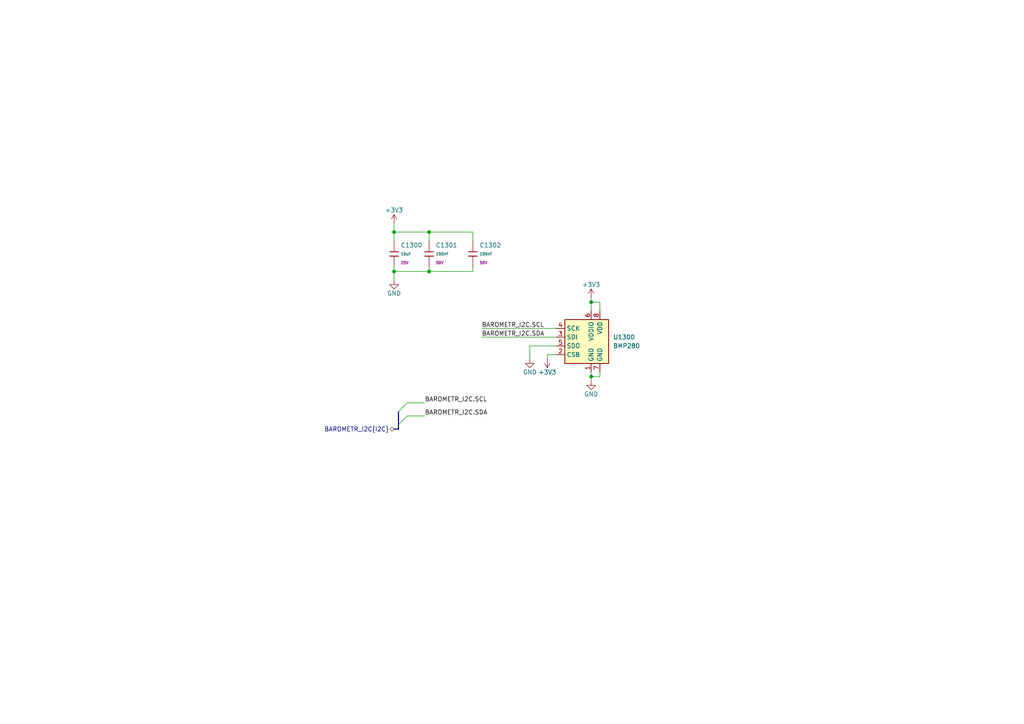
<source format=kicad_sch>
(kicad_sch (version 20231120) (generator "eeschema") (generator_version "8.0")
  (paper "A4")
  (lib_symbols
    (symbol "PCM_JLCPCB-Capacitors:0402,100nF,(2)" (pin_numbers hide) (pin_names (offset 0))
      (property "Reference" "C" (at 2.032 1.668 0))
      (property "Value" "100nF" (at 2.032 -0.3782 0))
      (property "Voltage Rated" "50V" (at 2.032 -2.0462 0))
      (symbol "0402,100nF,(2)_0_1"
        (polyline (pts (xy -1.27 -0.635) (xy 1.27 -0.635)) (stroke (width 0.254)))
        (polyline (pts (xy -1.27 0.635) (xy 1.27 0.635)) (stroke (width 0.254)))
      )
      (symbol "0402,100nF,(2)_1_1"
        (pin passive line (at 0 3.81 270) (length 3.175) (name "~") (number "1"))
        (pin passive line (at 0 -3.81 90) (length 3.175) (name "~") (number "2"))
      )
    )
    (symbol "PCM_JLCPCB-Capacitors:0603,10uF,(2)" (pin_numbers hide) (pin_names (offset 0))
      (property "Reference" "C" (at 2.032 1.668 0))
      (property "Value" "10uF" (at 2.032 -0.3782 0))
      (property "Voltage Rated" "25V" (at 2.032 -2.0462 0))
      (symbol "0603,10uF,(2)_0_1"
        (polyline (pts (xy -1.27 -0.635) (xy 1.27 -0.635)) (stroke (width 0.254)))
        (polyline (pts (xy -1.27 0.635) (xy 1.27 0.635)) (stroke (width 0.254)))
      )
      (symbol "0603,10uF,(2)_1_1"
        (pin passive line (at 0 3.81 270) (length 3.175) (name "~") (number "1"))
        (pin passive line (at 0 -3.81 90) (length 3.175) (name "~") (number "2"))
      )
    )
    (symbol "Sensor_Pressure:BMP280"
      (property "Reference" "U" (at -7.62 10.16 0))
      (property "Value" "BMP280" (at 5.08 10.16 0))
      (symbol "BMP280_0_1"
        (rectangle (start -7.62 -5.08) (end 5.08 7.62) (stroke (width 0.254)) (fill (type background)))
      )
      (symbol "BMP280_1_1"
        (pin power_in line (at 0 -7.62 90) (length 2.54) (name "GND") (number "1"))
        (pin input line (at -10.16 -2.54 0) (length 2.54) (name "CSB") (number "2"))
        (pin bidirectional line (at -10.16 2.54 0) (length 2.54) (name "SDI") (number "3"))
        (pin input line (at -10.16 5.08 0) (length 2.54) (name "SCK") (number "4"))
        (pin bidirectional line (at -10.16 0 0) (length 2.54) (name "SDO") (number "5"))
        (pin power_in line (at 0 10.16 270) (length 2.54) (name "VDDIO") (number "6"))
        (pin power_in line (at 2.54 -7.62 90) (length 2.54) (name "GND") (number "7"))
        (pin power_in line (at 2.54 10.16 270) (length 2.54) (name "VDD") (number "8"))
      )
    )
    (symbol "power:+5V" (power) (pin_numbers hide) (pin_names (offset 0) hide)
      (property "Value" "+5V" (at 0 3.556 0))
      (symbol "+5V_0_1"
        (polyline (pts (xy -0.762 1.27) (xy 0 2.54)))
        (polyline (pts (xy 0 0) (xy 0 2.54)))
        (polyline (pts (xy 0 2.54) (xy 0.762 1.27)))
      )
      (symbol "+5V_1_1"
        (pin power_in line (at 0 0 90) (length 0) (name "~") (number "1"))
      )
    )
    (symbol "power:GND" (power) (pin_numbers hide) (pin_names (offset 0) hide)
      (property "Value" "GND" (at 0 -3.81 0))
      (symbol "GND_0_1"
        (polyline (pts (xy 0 0) (xy 0 -1.27) (xy 1.27 -1.27) (xy 0 -2.54) (xy -1.27 -1.27) (xy 0 -1.27)))
      )
      (symbol "GND_1_1"
        (pin power_in line (at 0 0 270) (length 0) (name "~") (number "1"))
      )
    )
  )
  (junction (at 114.3 67.31))
  (junction (at 114.3 78.74))
  (junction (at 124.46 67.31))
  (junction (at 171.45 109.22))
  (junction (at 171.45 87.63))
  (junction (at 124.46 78.74))
  (bus_entry (at 115.57 123.19) (size 2.54 -2.54))
  (bus_entry (at 115.57 119.38) (size 2.54 -2.54))
  (wire (pts (xy 114.3 77.47) (xy 114.3 78.74)))
  (wire (pts (xy 171.45 109.22) (xy 171.45 110.49)))
  (wire (pts (xy 139.7 95.25) (xy 161.29 95.25)))
  (bus (pts (xy 115.57 119.38) (xy 115.57 123.19)))
  (wire (pts (xy 158.75 102.87) (xy 158.75 104.14)))
  (bus (pts (xy 115.57 123.19) (xy 115.57 124.46)))
  (wire (pts (xy 139.7 97.79) (xy 161.29 97.79)))
  (wire (pts (xy 153.67 100.33) (xy 153.67 104.14)))
  (wire (pts (xy 171.45 107.95) (xy 171.45 109.22)))
  (wire (pts (xy 173.99 90.17) (xy 173.99 87.63)))
  (wire (pts (xy 124.46 67.31) (xy 114.3 67.31)))
  (wire (pts (xy 161.29 102.87) (xy 158.75 102.87)))
  (wire (pts (xy 173.99 109.22) (xy 171.45 109.22)))
  (wire (pts (xy 171.45 86.36) (xy 171.45 87.63)))
  (wire (pts (xy 124.46 77.47) (xy 124.46 78.74)))
  (bus (pts (xy 114.3 124.46) (xy 115.57 124.46)))
  (wire (pts (xy 114.3 78.74) (xy 114.3 81.28)))
  (wire (pts (xy 124.46 67.31) (xy 124.46 69.85)))
  (wire (pts (xy 137.16 77.47) (xy 137.16 78.74)))
  (wire (pts (xy 114.3 78.74) (xy 124.46 78.74)))
  (wire (pts (xy 173.99 107.95) (xy 173.99 109.22)))
  (wire (pts (xy 114.3 64.77) (xy 114.3 67.31)))
  (wire (pts (xy 114.3 67.31) (xy 114.3 69.85)))
  (wire (pts (xy 137.16 78.74) (xy 124.46 78.74)))
  (wire (pts (xy 137.16 67.31) (xy 124.46 67.31)))
  (wire (pts (xy 118.11 120.65) (xy 123.19 120.65)))
  (wire (pts (xy 161.29 100.33) (xy 153.67 100.33)))
  (wire (pts (xy 171.45 87.63) (xy 171.45 90.17)))
  (wire (pts (xy 173.99 87.63) (xy 171.45 87.63)))
  (wire (pts (xy 137.16 69.85) (xy 137.16 67.31)))
  (wire (pts (xy 118.11 116.84) (xy 123.19 116.84)))
  (label "BAROMETR_I2C.SCL" (at 139.7 95.25 0))
  (label "BAROMETR_I2C.SDA" (at 123.19 120.65 0))
  (label "BAROMETR_I2C.SCL" (at 123.19 116.84 0))
  (label "BAROMETR_I2C.SDA" (at 139.7 97.79 0))
  (hierarchical_label "BAROMETR_I2C{I2C}" (shape bidirectional) (at 114.3 124.46 180))
  (symbol (lib_id "PCM_JLCPCB-Capacitors:0402,100nF,(2)") (at 124.46 73.66 0) (unit 1)
    (property "Reference" "C1301" (at 126.365 71.1199 0) (effects (justify left)))
    (property "Value" "100nF" (at 126.365 73.66 0) (effects (font (size 0.8 0.8)) (justify left)))
    (property "Footprint" "PCM_JLCPCB:C_0402" (effects (hide yes)))
    (property "Datasheet" "https://www.lcsc.com/datasheet/lcsc_datasheet_2304140030_Samsung-Electro-Mechanics-CL05B104KB54PNC_C307331.pdf" (effects (hide yes)))
    (property "Description" "50V 100nF X7R ±10% 0402 Multilayer Ceramic Capacitors MLCC - SMD/SMT ROHS" (effects (hide yes)))
    (property "LCSC" "C307331" (effects (hide yes)))
    (property "Stock" "5427590" (effects (hide yes)))
    (property "Price" "0.008USD" (effects (hide yes)))
    (property "Process" "SMT" (effects (hide yes)))
    (property "Minimum Qty" "20" (effects (hide yes)))
    (property "Attrition Qty" "10" (effects (hide yes)))
    (property "Class" "Basic Component" (effects (hide yes)))
    (property "Category" "Capacitors,Multilayer Ceramic Capacitors MLCC - SMD/SMT" (effects (hide yes)))
    (property "Manufacturer" "Samsung Electro-Mechanics" (effects (hide yes)))
    (property "Part" "CL05B104KB54PNC" (effects (hide yes)))
    (property "Voltage Rated" "50V" (at 126.365 76.2 0) (effects (font (size 0.8 0.8)) (justify left)))
    (property "Tolerance" "±10%" (effects (hide yes)))
    (property "Capacitance" "100nF" (effects (hide yes)))
    (property "Temperature Coefficient" "X7R" (effects (hide yes)))
  )
  (symbol (lib_id "power:GND") (at 114.3 81.28 0) (unit 1)
    (property "Reference" "#PWR01301" (effects (hide yes)))
    (property "Value" "GND" (at 114.3 85.09 0))
    (property "Description" "Power symbol creates a global label with name \"GND\" , ground" (effects (hide yes)))
  )
  (symbol (lib_id "PCM_JLCPCB-Capacitors:0603,10uF,(2)") (at 114.3 73.66 0) (unit 1)
    (property "Reference" "C1300" (at 116.205 71.12 0) (effects (justify left)))
    (property "Value" "10uF" (at 116.205 73.6601 0) (effects (font (size 0.8 0.8)) (justify left)))
    (property "Footprint" "PCM_JLCPCB:C_0603" (effects (hide yes)))
    (property "Datasheet" "https://www.lcsc.com/datasheet/lcsc_datasheet_2304140030_Samsung-Electro-Mechanics-CL10A106MA8NRNC_C96446.pdf" (effects (hide yes)))
    (property "Description" "25V 10uF X5R ±20% 0603 Multilayer Ceramic Capacitors MLCC - SMD/SMT ROHS" (effects (hide yes)))
    (property "LCSC" "C96446" (effects (hide yes)))
    (property "Stock" "4293394" (effects (hide yes)))
    (property "Price" "0.017USD" (effects (hide yes)))
    (property "Process" "SMT" (effects (hide yes)))
    (property "Minimum Qty" "20" (effects (hide yes)))
    (property "Attrition Qty" "8" (effects (hide yes)))
    (property "Class" "Basic Component" (effects (hide yes)))
    (property "Category" "Capacitors,Multilayer Ceramic Capacitors MLCC - SMD/SMT" (effects (hide yes)))
    (property "Manufacturer" "Samsung Electro-Mechanics" (effects (hide yes)))
    (property "Part" "CL10A106MA8NRNC" (effects (hide yes)))
    (property "Voltage Rated" "25V" (at 116.205 76.2001 0) (effects (font (size 0.8 0.8)) (justify left)))
    (property "Tolerance" "±20%" (effects (hide yes)))
    (property "Capacitance" "10uF" (effects (hide yes)))
    (property "Temperature Coefficient" "X5R" (effects (hide yes)))
  )
  (symbol (lib_id "power:+5V") (at 114.3 64.77 0) (unit 1)
    (property "Reference" "#PWR01300" (effects (hide yes)))
    (property "Value" "+3V3" (at 114.3 60.96 0))
    (property "Description" "Power symbol creates a global label with name \"+5V\"" (effects (hide yes)))
  )
  (symbol (lib_id "power:GND") (at 153.67 104.14 0) (unit 1)
    (property "Reference" "#PWR01302" (effects (hide yes)))
    (property "Value" "GND" (at 153.67 107.95 0))
    (property "Description" "Power symbol creates a global label with name \"GND\" , ground" (effects (hide yes)))
  )
  (symbol (lib_id "power:GND") (at 171.45 110.49 0) (unit 1)
    (property "Reference" "#PWR01305" (effects (hide yes)))
    (property "Value" "GND" (at 171.45 114.3 0))
    (property "Description" "Power symbol creates a global label with name \"GND\" , ground" (effects (hide yes)))
  )
  (symbol (lib_id "PCM_JLCPCB-Capacitors:0402,100nF,(2)") (at 137.16 73.66 0) (unit 1)
    (property "Reference" "C1302" (at 139.065 71.1199 0) (effects (justify left)))
    (property "Value" "100nF" (at 139.065 73.66 0) (effects (font (size 0.8 0.8)) (justify left)))
    (property "Footprint" "PCM_JLCPCB:C_0402" (effects (hide yes)))
    (property "Datasheet" "https://www.lcsc.com/datasheet/lcsc_datasheet_2304140030_Samsung-Electro-Mechanics-CL05B104KB54PNC_C307331.pdf" (effects (hide yes)))
    (property "Description" "50V 100nF X7R ±10% 0402 Multilayer Ceramic Capacitors MLCC - SMD/SMT ROHS" (effects (hide yes)))
    (property "LCSC" "C307331" (effects (hide yes)))
    (property "Stock" "5427590" (effects (hide yes)))
    (property "Price" "0.008USD" (effects (hide yes)))
    (property "Process" "SMT" (effects (hide yes)))
    (property "Minimum Qty" "20" (effects (hide yes)))
    (property "Attrition Qty" "10" (effects (hide yes)))
    (property "Class" "Basic Component" (effects (hide yes)))
    (property "Category" "Capacitors,Multilayer Ceramic Capacitors MLCC - SMD/SMT" (effects (hide yes)))
    (property "Manufacturer" "Samsung Electro-Mechanics" (effects (hide yes)))
    (property "Part" "CL05B104KB54PNC" (effects (hide yes)))
    (property "Voltage Rated" "50V" (at 139.065 76.2 0) (effects (font (size 0.8 0.8)) (justify left)))
    (property "Tolerance" "±10%" (effects (hide yes)))
    (property "Capacitance" "100nF" (effects (hide yes)))
    (property "Temperature Coefficient" "X7R" (effects (hide yes)))
  )
  (symbol (lib_id "Sensor_Pressure:BMP280") (at 171.45 100.33 0) (unit 1)
    (property "Reference" "U1300" (at 177.8 97.7899 0) (effects (justify left)))
    (property "Value" "BMP280" (at 177.8 100.3299 0) (effects (justify left)))
    (property "Footprint" "Package_LGA:Bosch_LGA-8_2x2.5mm_P0.65mm_ClockwisePinNumbering" (effects (hide yes)))
    (property "Datasheet" "https://ae-bst.resource.bosch.com/media/_tech/media/datasheets/BST-BMP280-DS001.pdf" (effects (hide yes)))
    (property "Description" "Absolute Barometric Pressure Sensor, LGA-8" (effects (hide yes)))
  )
  (symbol (lib_id "power:+5V") (at 158.75 104.14 180) (unit 1)
    (property "Reference" "#PWR01303" (effects (hide yes)))
    (property "Value" "+3V3" (at 158.75 107.95 0))
    (property "Description" "Power symbol creates a global label with name \"+5V\"" (effects (hide yes)))
  )
  (symbol (lib_id "power:+5V") (at 171.45 86.36 0) (unit 1)
    (property "Reference" "#PWR01304" (effects (hide yes)))
    (property "Value" "+3V3" (at 171.45 82.55 0))
    (property "Description" "Power symbol creates a global label with name \"+5V\"" (effects (hide yes)))
  )
)
</source>
